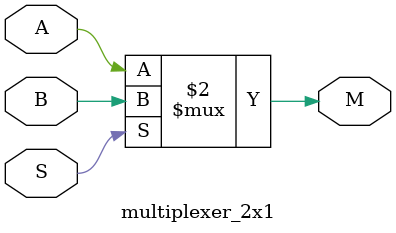
<source format=v>
`timescale 1ns / 1ps
module multiplexer_2x1(
	output	M,
	input		S,A,B
    );

	assign	M = !S ? A : B;

endmodule

</source>
